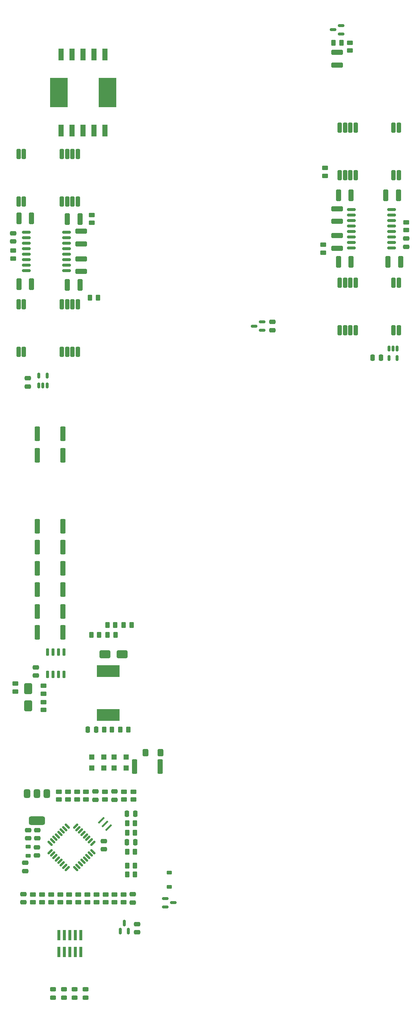
<source format=gbr>
%TF.GenerationSoftware,KiCad,Pcbnew,9.0.0*%
%TF.CreationDate,2025-06-29T21:09:51-04:00*%
%TF.ProjectId,RampedFetCoil,52616d70-6564-4466-9574-436f696c2e6b,rev?*%
%TF.SameCoordinates,Original*%
%TF.FileFunction,Paste,Top*%
%TF.FilePolarity,Positive*%
%FSLAX46Y46*%
G04 Gerber Fmt 4.6, Leading zero omitted, Abs format (unit mm)*
G04 Created by KiCad (PCBNEW 9.0.0) date 2025-06-29 21:09:51*
%MOMM*%
%LPD*%
G01*
G04 APERTURE LIST*
G04 Aperture macros list*
%AMRoundRect*
0 Rectangle with rounded corners*
0 $1 Rounding radius*
0 $2 $3 $4 $5 $6 $7 $8 $9 X,Y pos of 4 corners*
0 Add a 4 corners polygon primitive as box body*
4,1,4,$2,$3,$4,$5,$6,$7,$8,$9,$2,$3,0*
0 Add four circle primitives for the rounded corners*
1,1,$1+$1,$2,$3*
1,1,$1+$1,$4,$5*
1,1,$1+$1,$6,$7*
1,1,$1+$1,$8,$9*
0 Add four rect primitives between the rounded corners*
20,1,$1+$1,$2,$3,$4,$5,0*
20,1,$1+$1,$4,$5,$6,$7,0*
20,1,$1+$1,$6,$7,$8,$9,0*
20,1,$1+$1,$8,$9,$2,$3,0*%
%AMRotRect*
0 Rectangle, with rotation*
0 The origin of the aperture is its center*
0 $1 length*
0 $2 width*
0 $3 Rotation angle, in degrees counterclockwise*
0 Add horizontal line*
21,1,$1,$2,0,0,$3*%
G04 Aperture macros list end*
%ADD10RoundRect,0.250000X0.450000X-0.262500X0.450000X0.262500X-0.450000X0.262500X-0.450000X-0.262500X0*%
%ADD11RoundRect,0.250000X-0.400000X-0.600000X0.400000X-0.600000X0.400000X0.600000X-0.400000X0.600000X0*%
%ADD12RoundRect,0.250000X-0.450000X0.262500X-0.450000X-0.262500X0.450000X-0.262500X0.450000X0.262500X0*%
%ADD13RoundRect,0.250000X-0.362500X-1.425000X0.362500X-1.425000X0.362500X1.425000X-0.362500X1.425000X0*%
%ADD14RoundRect,0.250000X0.475000X-0.250000X0.475000X0.250000X-0.475000X0.250000X-0.475000X-0.250000X0*%
%ADD15RoundRect,0.250000X0.262500X0.450000X-0.262500X0.450000X-0.262500X-0.450000X0.262500X-0.450000X0*%
%ADD16RoundRect,0.250000X-1.100000X0.325000X-1.100000X-0.325000X1.100000X-0.325000X1.100000X0.325000X0*%
%ADD17RoundRect,0.150000X-0.875000X-0.150000X0.875000X-0.150000X0.875000X0.150000X-0.875000X0.150000X0*%
%ADD18RoundRect,0.250000X-1.000000X-0.650000X1.000000X-0.650000X1.000000X0.650000X-1.000000X0.650000X0*%
%ADD19RoundRect,0.150000X0.875000X0.150000X-0.875000X0.150000X-0.875000X-0.150000X0.875000X-0.150000X0*%
%ADD20RotRect,0.400000X1.900000X315.000000*%
%ADD21R,0.740000X2.400000*%
%ADD22RoundRect,0.243750X0.456250X-0.243750X0.456250X0.243750X-0.456250X0.243750X-0.456250X-0.243750X0*%
%ADD23RoundRect,0.375000X-0.375000X0.625000X-0.375000X-0.625000X0.375000X-0.625000X0.375000X0.625000X0*%
%ADD24RoundRect,0.500000X-1.400000X0.500000X-1.400000X-0.500000X1.400000X-0.500000X1.400000X0.500000X0*%
%ADD25RoundRect,0.250000X0.362500X1.425000X-0.362500X1.425000X-0.362500X-1.425000X0.362500X-1.425000X0*%
%ADD26RoundRect,0.218750X0.381250X-0.218750X0.381250X0.218750X-0.381250X0.218750X-0.381250X-0.218750X0*%
%ADD27RoundRect,0.150000X0.150000X-0.725000X0.150000X0.725000X-0.150000X0.725000X-0.150000X-0.725000X0*%
%ADD28RoundRect,0.250000X-0.262500X-0.450000X0.262500X-0.450000X0.262500X0.450000X-0.262500X0.450000X0*%
%ADD29RoundRect,0.150000X-0.350000X-1.000000X0.350000X-1.000000X0.350000X1.000000X-0.350000X1.000000X0*%
%ADD30RoundRect,0.150000X0.350000X1.000000X-0.350000X1.000000X-0.350000X-1.000000X0.350000X-1.000000X0*%
%ADD31RoundRect,0.250000X1.100000X-0.325000X1.100000X0.325000X-1.100000X0.325000X-1.100000X-0.325000X0*%
%ADD32R,1.210000X2.710000*%
%ADD33R,4.100000X6.740000*%
%ADD34RoundRect,0.250000X-0.475000X0.250000X-0.475000X-0.250000X0.475000X-0.250000X0.475000X0.250000X0*%
%ADD35RoundRect,0.150000X-0.150000X0.512500X-0.150000X-0.512500X0.150000X-0.512500X0.150000X0.512500X0*%
%ADD36RoundRect,0.150000X-0.587500X-0.150000X0.587500X-0.150000X0.587500X0.150000X-0.587500X0.150000X0*%
%ADD37RoundRect,0.250000X-0.325000X-1.100000X0.325000X-1.100000X0.325000X1.100000X-0.325000X1.100000X0*%
%ADD38RoundRect,0.250000X-0.250000X-0.475000X0.250000X-0.475000X0.250000X0.475000X-0.250000X0.475000X0*%
%ADD39RoundRect,0.250000X0.325000X1.100000X-0.325000X1.100000X-0.325000X-1.100000X0.325000X-1.100000X0*%
%ADD40R,1.200000X1.200000*%
%ADD41RoundRect,0.150000X0.587500X0.150000X-0.587500X0.150000X-0.587500X-0.150000X0.587500X-0.150000X0*%
%ADD42R,5.300000X2.800000*%
%ADD43RoundRect,0.250000X-0.650000X1.000000X-0.650000X-1.000000X0.650000X-1.000000X0.650000X1.000000X0*%
%ADD44RoundRect,0.125000X0.353553X0.530330X-0.530330X-0.353553X-0.353553X-0.530330X0.530330X0.353553X0*%
%ADD45RoundRect,0.125000X-0.353553X0.530330X-0.530330X0.353553X0.353553X-0.530330X0.530330X-0.353553X0*%
%ADD46RoundRect,0.150000X0.150000X-0.587500X0.150000X0.587500X-0.150000X0.587500X-0.150000X-0.587500X0*%
%ADD47RoundRect,0.150000X0.150000X-0.512500X0.150000X0.512500X-0.150000X0.512500X-0.150000X-0.512500X0*%
%ADD48RoundRect,0.225000X-0.375000X0.225000X-0.375000X-0.225000X0.375000X-0.225000X0.375000X0.225000X0*%
G04 APERTURE END LIST*
D10*
%TO.C,R36*%
X99250000Y-68587500D03*
X99250000Y-70412500D03*
%TD*%
D11*
%TO.C,D14*%
X111650000Y-193100000D03*
X115150000Y-193100000D03*
%TD*%
D12*
%TO.C,R19*%
X102300000Y-202087500D03*
X102300000Y-203912500D03*
%TD*%
D13*
%TO.C,R28*%
X86637500Y-160340000D03*
X92562500Y-160340000D03*
%TD*%
D14*
%TO.C,C6*%
X86612500Y-212912500D03*
X86612500Y-211012500D03*
%TD*%
D15*
%TO.C,R43*%
X109212500Y-221250000D03*
X107387500Y-221250000D03*
%TD*%
D10*
%TO.C,R46*%
X93700000Y-203912500D03*
X93700000Y-202087500D03*
%TD*%
D15*
%TO.C,R9*%
X107662500Y-187750000D03*
X105837500Y-187750000D03*
%TD*%
D16*
%TO.C,C36*%
X96750000Y-78725000D03*
X96750000Y-81675000D03*
%TD*%
D10*
%TO.C,R33*%
X94000000Y-227700000D03*
X94000000Y-225875000D03*
%TD*%
%TO.C,R32*%
X89800000Y-227712500D03*
X89800000Y-225887500D03*
%TD*%
D17*
%TO.C,U11*%
X84100000Y-72555000D03*
X84100000Y-73825000D03*
X84100000Y-75095000D03*
X84100000Y-76365000D03*
X84100000Y-77635000D03*
X84100000Y-78905000D03*
X84100000Y-80175000D03*
X84100000Y-81445000D03*
X93400000Y-81445000D03*
X93400000Y-80175000D03*
X93400000Y-78905000D03*
X93400000Y-77635000D03*
X93400000Y-76365000D03*
X93400000Y-75095000D03*
X93400000Y-73825000D03*
X93400000Y-72555000D03*
%TD*%
D18*
%TO.C,D7*%
X102250000Y-170250000D03*
X106250000Y-170250000D03*
%TD*%
D19*
%TO.C,U14*%
X168650000Y-76245000D03*
X168650000Y-74975000D03*
X168650000Y-73705000D03*
X168650000Y-72435000D03*
X168650000Y-71165000D03*
X168650000Y-69895000D03*
X168650000Y-68625000D03*
X168650000Y-67355000D03*
X159350000Y-67355000D03*
X159350000Y-68625000D03*
X159350000Y-69895000D03*
X159350000Y-71165000D03*
X159350000Y-72435000D03*
X159350000Y-73705000D03*
X159350000Y-74975000D03*
X159350000Y-76245000D03*
%TD*%
D14*
%TO.C,C7*%
X84500000Y-212912500D03*
X84500000Y-211012500D03*
%TD*%
D20*
%TO.C,U4*%
X101398350Y-208707538D03*
X102246878Y-209556066D03*
X103095406Y-210404594D03*
%TD*%
D21*
%TO.C,J1*%
X91560000Y-239200000D03*
X91560000Y-235300000D03*
X92830000Y-239200000D03*
X92830000Y-235300000D03*
X94100000Y-239200000D03*
X94100000Y-235300000D03*
X95370000Y-239200000D03*
X95370000Y-235300000D03*
X96640000Y-239200000D03*
X96640000Y-235300000D03*
%TD*%
D10*
%TO.C,R10*%
X88000000Y-179412500D03*
X88000000Y-177587500D03*
%TD*%
D22*
%TO.C,D5*%
X97750000Y-249750000D03*
X97750000Y-247875000D03*
%TD*%
D12*
%TO.C,R6*%
X87700000Y-225887500D03*
X87700000Y-227712500D03*
%TD*%
D23*
%TO.C,U5*%
X88800000Y-202550000D03*
X86500000Y-202550000D03*
D24*
X86500000Y-208850000D03*
D23*
X84200000Y-202550000D03*
%TD*%
D13*
%TO.C,R29*%
X86637500Y-165230000D03*
X92562500Y-165230000D03*
%TD*%
D25*
%TO.C,R17*%
X115025000Y-196300000D03*
X109100000Y-196300000D03*
%TD*%
D26*
%TO.C,FB1*%
X84500000Y-216962500D03*
X84500000Y-214837500D03*
%TD*%
D12*
%TO.C,R13*%
X159000000Y-28687500D03*
X159000000Y-30512500D03*
%TD*%
D13*
%TO.C,R23*%
X86637500Y-124200000D03*
X92562500Y-124200000D03*
%TD*%
D12*
%TO.C,R18*%
X106700000Y-202087500D03*
X106700000Y-203912500D03*
%TD*%
D22*
%TO.C,D2*%
X90250000Y-249750000D03*
X90250000Y-247875000D03*
%TD*%
D12*
%TO.C,R16*%
X108900000Y-202087500D03*
X108900000Y-203912500D03*
%TD*%
D27*
%TO.C,U3*%
X88940000Y-174900000D03*
X90210000Y-174900000D03*
X91480000Y-174900000D03*
X92750000Y-174900000D03*
X92750000Y-169750000D03*
X91480000Y-169750000D03*
X90210000Y-169750000D03*
X88940000Y-169750000D03*
%TD*%
D12*
%TO.C,R5*%
X85600000Y-225887500D03*
X85600000Y-227712500D03*
%TD*%
D28*
%TO.C,R3*%
X102837500Y-163500000D03*
X104662500Y-163500000D03*
%TD*%
D16*
%TO.C,C35*%
X96750000Y-72300000D03*
X96750000Y-75250000D03*
%TD*%
D13*
%TO.C,R25*%
X86637500Y-145510000D03*
X92562500Y-145510000D03*
%TD*%
D29*
%TO.C,U13*%
X82250000Y-89250000D03*
X83500000Y-89250000D03*
X82250000Y-100250000D03*
X83500000Y-100250000D03*
X92250000Y-100250000D03*
X93500000Y-100250000D03*
X94750000Y-89250000D03*
X94750000Y-100250000D03*
X96000000Y-89250000D03*
X96000000Y-100250000D03*
X92250000Y-89250000D03*
X93500000Y-89250000D03*
%TD*%
D30*
%TO.C,U15*%
X170350000Y-59400000D03*
X169100000Y-59400000D03*
X170350000Y-48400000D03*
X169100000Y-48400000D03*
X160350000Y-48400000D03*
X159100000Y-48400000D03*
X157850000Y-59400000D03*
X157850000Y-48400000D03*
X156600000Y-59400000D03*
X156600000Y-48400000D03*
X160350000Y-59400000D03*
X159100000Y-59400000D03*
%TD*%
D31*
%TO.C,C46*%
X156000000Y-76310000D03*
X156000000Y-73360000D03*
%TD*%
D28*
%TO.C,R35*%
X98787500Y-87700000D03*
X100612500Y-87700000D03*
%TD*%
D32*
%TO.C,T1*%
X92130000Y-49000000D03*
X94670000Y-49000000D03*
X97210000Y-49000000D03*
X99750000Y-49000000D03*
X102290000Y-49000000D03*
X102290000Y-31450000D03*
X99750000Y-31450000D03*
X97210000Y-31450000D03*
X94670000Y-31450000D03*
X92130000Y-31450000D03*
D33*
X91590000Y-40225000D03*
X102830000Y-40225000D03*
%TD*%
D34*
%TO.C,C47*%
X84400000Y-106400000D03*
X84400000Y-108300000D03*
%TD*%
D28*
%TO.C,R4*%
X106587500Y-163500000D03*
X108412500Y-163500000D03*
%TD*%
D12*
%TO.C,R8*%
X102400000Y-225875000D03*
X102400000Y-227700000D03*
%TD*%
D35*
%TO.C,U7*%
X169950000Y-99462500D03*
X169000000Y-99462500D03*
X168050000Y-99462500D03*
X168050000Y-101737500D03*
X169950000Y-101737500D03*
%TD*%
D28*
%TO.C,R2*%
X102887500Y-165800000D03*
X104712500Y-165800000D03*
%TD*%
D14*
%TO.C,C1*%
X100100000Y-203950000D03*
X100100000Y-202050000D03*
%TD*%
D36*
%TO.C,Q5*%
X116225000Y-226850000D03*
X116225000Y-228750000D03*
X118100000Y-227800000D03*
%TD*%
D10*
%TO.C,R41*%
X104500000Y-227712500D03*
X104500000Y-225887500D03*
%TD*%
D15*
%TO.C,R44*%
X109212500Y-219250000D03*
X107387500Y-219250000D03*
%TD*%
D28*
%TO.C,R48*%
X107387500Y-209400000D03*
X109212500Y-209400000D03*
%TD*%
D37*
%TO.C,C41*%
X167325000Y-64000000D03*
X170275000Y-64000000D03*
%TD*%
D38*
%TO.C,C2*%
X98300000Y-187750000D03*
X100200000Y-187750000D03*
%TD*%
D39*
%TO.C,C38*%
X85275000Y-69400000D03*
X82325000Y-69400000D03*
%TD*%
D10*
%TO.C,R31*%
X91900000Y-227712500D03*
X91900000Y-225887500D03*
%TD*%
D28*
%TO.C,R14*%
X155187500Y-28700000D03*
X157012500Y-28700000D03*
%TD*%
D40*
%TO.C,D1*%
X107190625Y-196640625D03*
X104390625Y-196640625D03*
%TD*%
D41*
%TO.C,U6*%
X138687500Y-95250000D03*
X138687500Y-93350000D03*
X136812500Y-94300000D03*
%TD*%
D39*
%TO.C,C45*%
X159275000Y-79400000D03*
X156325000Y-79400000D03*
%TD*%
D34*
%TO.C,C40*%
X172000000Y-74050000D03*
X172000000Y-75950000D03*
%TD*%
D37*
%TO.C,C44*%
X156325000Y-64000000D03*
X159275000Y-64000000D03*
%TD*%
D34*
%TO.C,C10*%
X141000000Y-93350000D03*
X141000000Y-95250000D03*
%TD*%
D37*
%TO.C,C34*%
X93525000Y-69500000D03*
X96475000Y-69500000D03*
%TD*%
D29*
%TO.C,U8*%
X82250000Y-54500000D03*
X83500000Y-54500000D03*
X82250000Y-65500000D03*
X83500000Y-65500000D03*
X92250000Y-65500000D03*
X93500000Y-65500000D03*
X94750000Y-54500000D03*
X94750000Y-65500000D03*
X96000000Y-54500000D03*
X96000000Y-65500000D03*
X92250000Y-54500000D03*
X93500000Y-54500000D03*
%TD*%
D38*
%TO.C,C26*%
X107350000Y-213800000D03*
X109250000Y-213800000D03*
%TD*%
D37*
%TO.C,C42*%
X167800000Y-79400000D03*
X170750000Y-79400000D03*
%TD*%
D42*
%TO.C,L2*%
X103000000Y-174200000D03*
X103000000Y-184300000D03*
%TD*%
D22*
%TO.C,D4*%
X95250000Y-249750000D03*
X95250000Y-247875000D03*
%TD*%
D38*
%TO.C,C49*%
X164250000Y-101600000D03*
X166150000Y-101600000D03*
%TD*%
D34*
%TO.C,C4*%
X102000000Y-213550000D03*
X102000000Y-215450000D03*
%TD*%
D40*
%TO.C,D12*%
X102040625Y-194100000D03*
X99240625Y-194100000D03*
%TD*%
%TO.C,D13*%
X107190625Y-194100000D03*
X104390625Y-194100000D03*
%TD*%
D43*
%TO.C,D8*%
X84500000Y-178250000D03*
X84500000Y-182250000D03*
%TD*%
D44*
%TO.C,U1*%
X99432070Y-214027728D03*
X98866384Y-213462043D03*
X98300699Y-212896357D03*
X97735014Y-212330672D03*
X97169328Y-211764986D03*
X96603643Y-211199301D03*
X96037957Y-210633616D03*
X95472272Y-210067930D03*
D45*
X93527728Y-210067930D03*
X92962043Y-210633616D03*
X92396357Y-211199301D03*
X91830672Y-211764986D03*
X91264986Y-212330672D03*
X90699301Y-212896357D03*
X90133616Y-213462043D03*
X89567930Y-214027728D03*
D44*
X89567930Y-215972272D03*
X90133616Y-216537957D03*
X90699301Y-217103643D03*
X91264986Y-217669328D03*
X91830672Y-218235014D03*
X92396357Y-218800699D03*
X92962043Y-219366384D03*
X93527728Y-219932070D03*
D45*
X95472272Y-219932070D03*
X96037957Y-219366384D03*
X96603643Y-218800699D03*
X97169328Y-218235014D03*
X97735014Y-217669328D03*
X98300699Y-217103643D03*
X98866384Y-216537957D03*
X99432070Y-215972272D03*
%TD*%
D39*
%TO.C,C39*%
X85275000Y-84600000D03*
X82325000Y-84600000D03*
%TD*%
D14*
%TO.C,C3*%
X86500000Y-216850000D03*
X86500000Y-214950000D03*
%TD*%
D46*
%TO.C,Q6*%
X105800000Y-234400000D03*
X107700000Y-234400000D03*
X106750000Y-232525000D03*
%TD*%
D12*
%TO.C,R39*%
X152800000Y-75487500D03*
X152800000Y-77312500D03*
%TD*%
D40*
%TO.C,D11*%
X102040625Y-196640625D03*
X99240625Y-196640625D03*
%TD*%
D14*
%TO.C,C14*%
X109700000Y-234650000D03*
X109700000Y-232750000D03*
%TD*%
D13*
%TO.C,R26*%
X86637500Y-150400000D03*
X92562500Y-150400000D03*
%TD*%
D10*
%TO.C,R42*%
X106600000Y-227712500D03*
X106600000Y-225887500D03*
%TD*%
D34*
%TO.C,C21*%
X104500000Y-202050000D03*
X104500000Y-203950000D03*
%TD*%
D15*
%TO.C,R30*%
X103912500Y-187750000D03*
X102087500Y-187750000D03*
%TD*%
D22*
%TO.C,D3*%
X92750000Y-249750000D03*
X92750000Y-247875000D03*
%TD*%
D13*
%TO.C,R24*%
X86637500Y-140620000D03*
X92562500Y-140620000D03*
%TD*%
D12*
%TO.C,R11*%
X88000000Y-181337500D03*
X88000000Y-183162500D03*
%TD*%
D14*
%TO.C,C33*%
X81000000Y-74700000D03*
X81000000Y-72800000D03*
%TD*%
D47*
%TO.C,U2*%
X86950000Y-108037500D03*
X87900000Y-108037500D03*
X88850000Y-108037500D03*
X88850000Y-105762500D03*
X86950000Y-105762500D03*
%TD*%
D34*
%TO.C,C5*%
X108700000Y-225850000D03*
X108700000Y-227750000D03*
%TD*%
D10*
%TO.C,R45*%
X91600000Y-203925000D03*
X91600000Y-202100000D03*
%TD*%
D12*
%TO.C,R34*%
X81000000Y-76837500D03*
X81000000Y-78662500D03*
%TD*%
D34*
%TO.C,C9*%
X83400000Y-225800000D03*
X83400000Y-227700000D03*
%TD*%
D28*
%TO.C,R47*%
X107387500Y-211600000D03*
X109212500Y-211600000D03*
%TD*%
D10*
%TO.C,R40*%
X153200000Y-59512500D03*
X153200000Y-57687500D03*
%TD*%
D39*
%TO.C,C37*%
X96475000Y-84750000D03*
X93525000Y-84750000D03*
%TD*%
D34*
%TO.C,C8*%
X83800000Y-218550000D03*
X83800000Y-220450000D03*
%TD*%
D10*
%TO.C,R37*%
X96100000Y-227700000D03*
X96100000Y-225875000D03*
%TD*%
%TO.C,R15*%
X98200000Y-227700000D03*
X98200000Y-225875000D03*
%TD*%
%TO.C,R12*%
X81500000Y-178912500D03*
X81500000Y-177087500D03*
%TD*%
%TO.C,R49*%
X95800000Y-203925000D03*
X95800000Y-202100000D03*
%TD*%
D13*
%TO.C,R22*%
X86637500Y-119200000D03*
X92562500Y-119200000D03*
%TD*%
D31*
%TO.C,C48*%
X156000000Y-33875000D03*
X156000000Y-30925000D03*
%TD*%
D41*
%TO.C,Q7*%
X156975000Y-26650000D03*
X156975000Y-24750000D03*
X155100000Y-25700000D03*
%TD*%
D12*
%TO.C,R50*%
X97900000Y-202087500D03*
X97900000Y-203912500D03*
%TD*%
D28*
%TO.C,R1*%
X99087500Y-165800000D03*
X100912500Y-165800000D03*
%TD*%
D13*
%TO.C,R27*%
X86637500Y-155290000D03*
X92562500Y-155290000D03*
%TD*%
D48*
%TO.C,D6*%
X117200000Y-220850000D03*
X117200000Y-224150000D03*
%TD*%
D30*
%TO.C,U16*%
X170350000Y-95300000D03*
X169100000Y-95300000D03*
X170350000Y-84300000D03*
X169100000Y-84300000D03*
X160350000Y-84300000D03*
X159100000Y-84300000D03*
X157850000Y-95300000D03*
X157850000Y-84300000D03*
X156600000Y-95300000D03*
X156600000Y-84300000D03*
X160350000Y-95300000D03*
X159100000Y-95300000D03*
%TD*%
D10*
%TO.C,R38*%
X172000000Y-72112500D03*
X172000000Y-70287500D03*
%TD*%
D15*
%TO.C,R20*%
X109212500Y-216000000D03*
X107387500Y-216000000D03*
%TD*%
D38*
%TO.C,C20*%
X107350000Y-207200000D03*
X109250000Y-207200000D03*
%TD*%
D12*
%TO.C,R7*%
X100300000Y-225875000D03*
X100300000Y-227700000D03*
%TD*%
D34*
%TO.C,C11*%
X86250000Y-173300000D03*
X86250000Y-175200000D03*
%TD*%
D31*
%TO.C,C43*%
X156000000Y-70075000D03*
X156000000Y-67125000D03*
%TD*%
M02*

</source>
